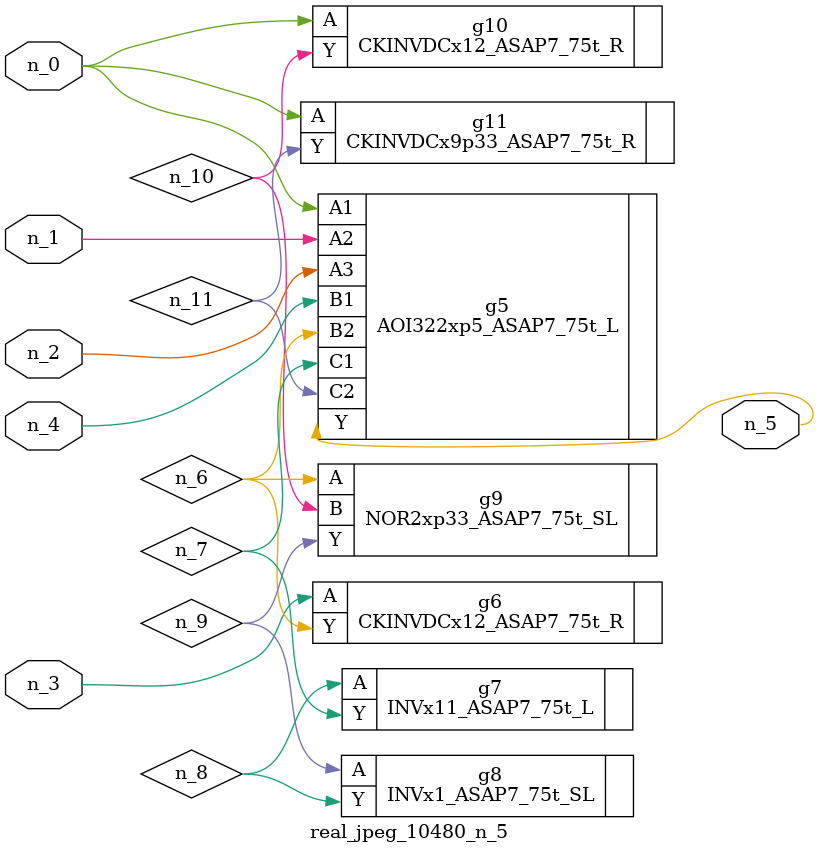
<source format=v>
module real_jpeg_10480_n_5 (n_4, n_0, n_1, n_2, n_3, n_5);

input n_4;
input n_0;
input n_1;
input n_2;
input n_3;

output n_5;

wire n_8;
wire n_11;
wire n_6;
wire n_7;
wire n_10;
wire n_9;

AOI322xp5_ASAP7_75t_L g5 ( 
.A1(n_0),
.A2(n_1),
.A3(n_2),
.B1(n_4),
.B2(n_6),
.C1(n_7),
.C2(n_11),
.Y(n_5)
);

CKINVDCx12_ASAP7_75t_R g10 ( 
.A(n_0),
.Y(n_10)
);

CKINVDCx9p33_ASAP7_75t_R g11 ( 
.A(n_0),
.Y(n_11)
);

CKINVDCx12_ASAP7_75t_R g6 ( 
.A(n_3),
.Y(n_6)
);

NOR2xp33_ASAP7_75t_SL g9 ( 
.A(n_6),
.B(n_10),
.Y(n_9)
);

INVx11_ASAP7_75t_L g7 ( 
.A(n_8),
.Y(n_7)
);

INVx1_ASAP7_75t_SL g8 ( 
.A(n_9),
.Y(n_8)
);


endmodule
</source>
